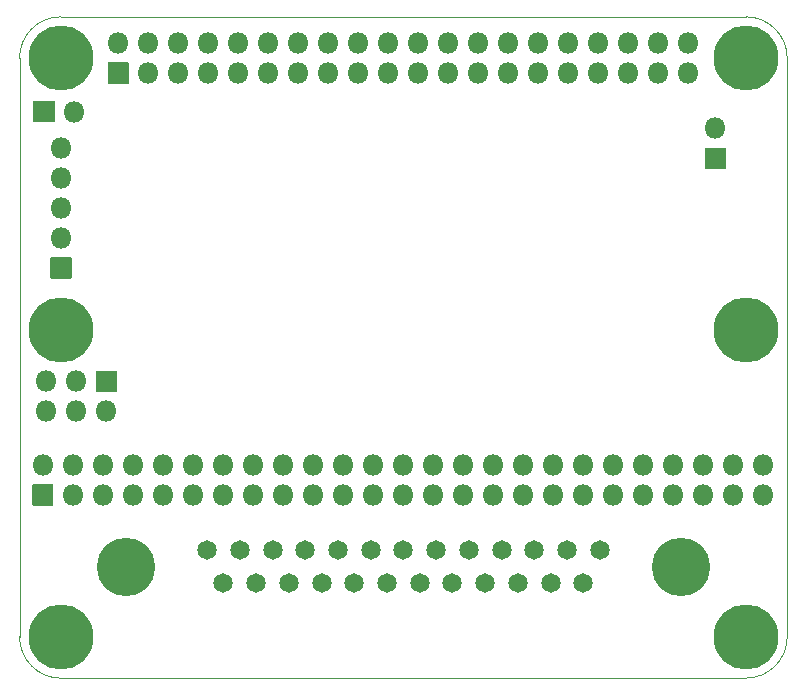
<source format=gbr>
%TF.GenerationSoftware,KiCad,Pcbnew,(5.1.9-16-g1737927814)-1*%
%TF.CreationDate,2021-07-29T14:55:12-05:00*%
%TF.ProjectId,rascsi_2p3,72617363-7369-45f3-9270-332e6b696361,rev?*%
%TF.SameCoordinates,PX59d60c0PY325aa00*%
%TF.FileFunction,Soldermask,Top*%
%TF.FilePolarity,Negative*%
%FSLAX46Y46*%
G04 Gerber Fmt 4.6, Leading zero omitted, Abs format (unit mm)*
G04 Created by KiCad (PCBNEW (5.1.9-16-g1737927814)-1) date 2021-07-29 14:55:12*
%MOMM*%
%LPD*%
G01*
G04 APERTURE LIST*
%TA.AperFunction,Profile*%
%ADD10C,0.050000*%
%TD*%
%ADD11C,4.945000*%
%ADD12C,1.645000*%
%ADD13O,1.800000X1.800000*%
%ADD14C,0.900000*%
%ADD15C,5.500000*%
G04 APERTURE END LIST*
D10*
X83800000Y-45696000D02*
X141800000Y-45696000D01*
X83800000Y-45696000D02*
G75*
G02*
X80300000Y-42196000I0J3500000D01*
G01*
X145300000Y-42196000D02*
G75*
G02*
X141800000Y-45696000I-3500000J0D01*
G01*
X80300000Y6800000D02*
X80300000Y-42196000D01*
X145300000Y6800000D02*
X145300000Y-42196000D01*
X83800000Y10300000D02*
X141800000Y10300000D01*
X80300000Y6800000D02*
G75*
G02*
X83800000Y10300000I3500000J0D01*
G01*
X141800000Y10300000D02*
G75*
G02*
X145300000Y6800000I0J-3500000D01*
G01*
D11*
%TO.C,J6*%
X89281600Y-36250000D03*
X136321600Y-36250000D03*
D12*
X97566600Y-37670000D03*
X100336600Y-37670000D03*
X103106600Y-37670000D03*
X105876600Y-37670000D03*
X108646600Y-37670000D03*
X111416600Y-37670000D03*
X114186600Y-37670000D03*
X116956600Y-37670000D03*
X119726600Y-37670000D03*
X122496600Y-37670000D03*
X125266600Y-37670000D03*
X128036600Y-37670000D03*
X96181600Y-34830000D03*
X98951600Y-34830000D03*
X101721600Y-34830000D03*
X104491600Y-34830000D03*
X107261600Y-34830000D03*
X110031600Y-34830000D03*
X112801600Y-34830000D03*
X115571600Y-34830000D03*
X118341600Y-34830000D03*
X121111600Y-34830000D03*
X123881600Y-34830000D03*
X126651600Y-34830000D03*
X129421600Y-34830000D03*
%TD*%
D13*
%TO.C,J2*%
X139226000Y857000D03*
G36*
G01*
X138326000Y-2533000D02*
X138326000Y-833000D01*
G75*
G02*
X138376000Y-783000I50000J0D01*
G01*
X140076000Y-783000D01*
G75*
G02*
X140126000Y-833000I0J-50000D01*
G01*
X140126000Y-2533000D01*
G75*
G02*
X140076000Y-2583000I-50000J0D01*
G01*
X138376000Y-2583000D01*
G75*
G02*
X138326000Y-2533000I0J50000D01*
G01*
G37*
%TD*%
%TO.C,J7*%
X84920000Y2280000D03*
G36*
G01*
X83230000Y1380000D02*
X81530000Y1380000D01*
G75*
G02*
X81480000Y1430000I0J50000D01*
G01*
X81480000Y3130000D01*
G75*
G02*
X81530000Y3180000I50000J0D01*
G01*
X83230000Y3180000D01*
G75*
G02*
X83280000Y3130000I0J-50000D01*
G01*
X83280000Y1430000D01*
G75*
G02*
X83230000Y1380000I-50000J0D01*
G01*
G37*
%TD*%
%TO.C,J5*%
X82560000Y-23110000D03*
X82560000Y-20570000D03*
X85100000Y-23110000D03*
X85100000Y-20570000D03*
X87640000Y-23110000D03*
G36*
G01*
X86790000Y-19670000D02*
X88490000Y-19670000D01*
G75*
G02*
X88540000Y-19720000I0J-50000D01*
G01*
X88540000Y-21420000D01*
G75*
G02*
X88490000Y-21470000I-50000J0D01*
G01*
X86790000Y-21470000D01*
G75*
G02*
X86740000Y-21420000I0J50000D01*
G01*
X86740000Y-19720000D01*
G75*
G02*
X86790000Y-19670000I50000J0D01*
G01*
G37*
%TD*%
%TO.C,J3*%
X143226500Y-27654500D03*
X143226500Y-30194500D03*
X140686500Y-27654500D03*
X140686500Y-30194500D03*
X138146500Y-27654500D03*
X138146500Y-30194500D03*
X135606500Y-27654500D03*
X135606500Y-30194500D03*
X133066500Y-27654500D03*
X133066500Y-30194500D03*
X130526500Y-27654500D03*
X130526500Y-30194500D03*
X127986500Y-27654500D03*
X127986500Y-30194500D03*
X125446500Y-27654500D03*
X125446500Y-30194500D03*
X122906500Y-27654500D03*
X122906500Y-30194500D03*
X120366500Y-27654500D03*
X120366500Y-30194500D03*
X117826500Y-27654500D03*
X117826500Y-30194500D03*
X115286500Y-27654500D03*
X115286500Y-30194500D03*
X112746500Y-27654500D03*
X112746500Y-30194500D03*
X110206500Y-27654500D03*
X110206500Y-30194500D03*
X107666500Y-27654500D03*
X107666500Y-30194500D03*
X105126500Y-27654500D03*
X105126500Y-30194500D03*
X102586500Y-27654500D03*
X102586500Y-30194500D03*
X100046500Y-27654500D03*
X100046500Y-30194500D03*
X97506500Y-27654500D03*
X97506500Y-30194500D03*
X94966500Y-27654500D03*
X94966500Y-30194500D03*
X92426500Y-27654500D03*
X92426500Y-30194500D03*
X89886500Y-27654500D03*
X89886500Y-30194500D03*
X87346500Y-27654500D03*
X87346500Y-30194500D03*
X84806500Y-27654500D03*
X84806500Y-30194500D03*
X82266500Y-27654500D03*
G36*
G01*
X83116500Y-31094500D02*
X81416500Y-31094500D01*
G75*
G02*
X81366500Y-31044500I0J50000D01*
G01*
X81366500Y-29344500D01*
G75*
G02*
X81416500Y-29294500I50000J0D01*
G01*
X83116500Y-29294500D01*
G75*
G02*
X83166500Y-29344500I0J-50000D01*
G01*
X83166500Y-31044500D01*
G75*
G02*
X83116500Y-31094500I-50000J0D01*
G01*
G37*
%TD*%
%TO.C,J1*%
X136930000Y8070000D03*
X136930000Y5530000D03*
X134390000Y8070000D03*
X134390000Y5530000D03*
X131850000Y8070000D03*
X131850000Y5530000D03*
X129310000Y8070000D03*
X129310000Y5530000D03*
X126770000Y8070000D03*
X126770000Y5530000D03*
X124230000Y8070000D03*
X124230000Y5530000D03*
X121690000Y8070000D03*
X121690000Y5530000D03*
X119150000Y8070000D03*
X119150000Y5530000D03*
X116610000Y8070000D03*
X116610000Y5530000D03*
X114070000Y8070000D03*
X114070000Y5530000D03*
X111530000Y8070000D03*
X111530000Y5530000D03*
X108990000Y8070000D03*
X108990000Y5530000D03*
X106450000Y8070000D03*
X106450000Y5530000D03*
X103910000Y8070000D03*
X103910000Y5530000D03*
X101370000Y8070000D03*
X101370000Y5530000D03*
X98830000Y8070000D03*
X98830000Y5530000D03*
X96290000Y8070000D03*
X96290000Y5530000D03*
X93750000Y8070000D03*
X93750000Y5530000D03*
X91210000Y8070000D03*
X91210000Y5530000D03*
X88670000Y8070000D03*
G36*
G01*
X87820000Y6430000D02*
X89520000Y6430000D01*
G75*
G02*
X89570000Y6380000I0J-50000D01*
G01*
X89570000Y4680000D01*
G75*
G02*
X89520000Y4630000I-50000J0D01*
G01*
X87820000Y4630000D01*
G75*
G02*
X87770000Y4680000I0J50000D01*
G01*
X87770000Y6380000D01*
G75*
G02*
X87820000Y6430000I50000J0D01*
G01*
G37*
%TD*%
D14*
%TO.C,H2*%
X143231891Y8231891D03*
X141800000Y8825000D03*
X140368109Y8231891D03*
X139775000Y6800000D03*
X140368109Y5368109D03*
X141800000Y4775000D03*
X143231891Y5368109D03*
X143825000Y6800000D03*
D15*
X141800000Y6800000D03*
%TD*%
D14*
%TO.C,H1*%
X85231891Y8231891D03*
X83800000Y8825000D03*
X82368109Y8231891D03*
X81775000Y6800000D03*
X82368109Y5368109D03*
X83800000Y4775000D03*
X85231891Y5368109D03*
X85825000Y6800000D03*
D15*
X83800000Y6800000D03*
%TD*%
D13*
%TO.C,J4*%
X83810000Y-820000D03*
X83810000Y-3360000D03*
X83810000Y-5900000D03*
X83810000Y-8440000D03*
G36*
G01*
X84710000Y-10130000D02*
X84710000Y-11830000D01*
G75*
G02*
X84660000Y-11880000I-50000J0D01*
G01*
X82960000Y-11880000D01*
G75*
G02*
X82910000Y-11830000I0J50000D01*
G01*
X82910000Y-10130000D01*
G75*
G02*
X82960000Y-10080000I50000J0D01*
G01*
X84660000Y-10080000D01*
G75*
G02*
X84710000Y-10130000I0J-50000D01*
G01*
G37*
%TD*%
D14*
%TO.C,H6*%
X143231891Y-40768109D03*
X141800000Y-40175000D03*
X140368109Y-40768109D03*
X139775000Y-42200000D03*
X140368109Y-43631891D03*
X141800000Y-44225000D03*
X143231891Y-43631891D03*
X143825000Y-42200000D03*
D15*
X141800000Y-42200000D03*
%TD*%
D14*
%TO.C,H5*%
X85231891Y-40768109D03*
X83800000Y-40175000D03*
X82368109Y-40768109D03*
X81775000Y-42200000D03*
X82368109Y-43631891D03*
X83800000Y-44225000D03*
X85231891Y-43631891D03*
X85825000Y-42200000D03*
D15*
X83800000Y-42200000D03*
%TD*%
D14*
%TO.C,H4*%
X143231891Y-14768109D03*
X141800000Y-14175000D03*
X140368109Y-14768109D03*
X139775000Y-16200000D03*
X140368109Y-17631891D03*
X141800000Y-18225000D03*
X143231891Y-17631891D03*
X143825000Y-16200000D03*
D15*
X141800000Y-16200000D03*
%TD*%
D14*
%TO.C,H3*%
X85231891Y-14768109D03*
X83800000Y-14175000D03*
X82368109Y-14768109D03*
X81775000Y-16200000D03*
X82368109Y-17631891D03*
X83800000Y-18225000D03*
X85231891Y-17631891D03*
X85825000Y-16200000D03*
D15*
X83800000Y-16200000D03*
%TD*%
M02*

</source>
